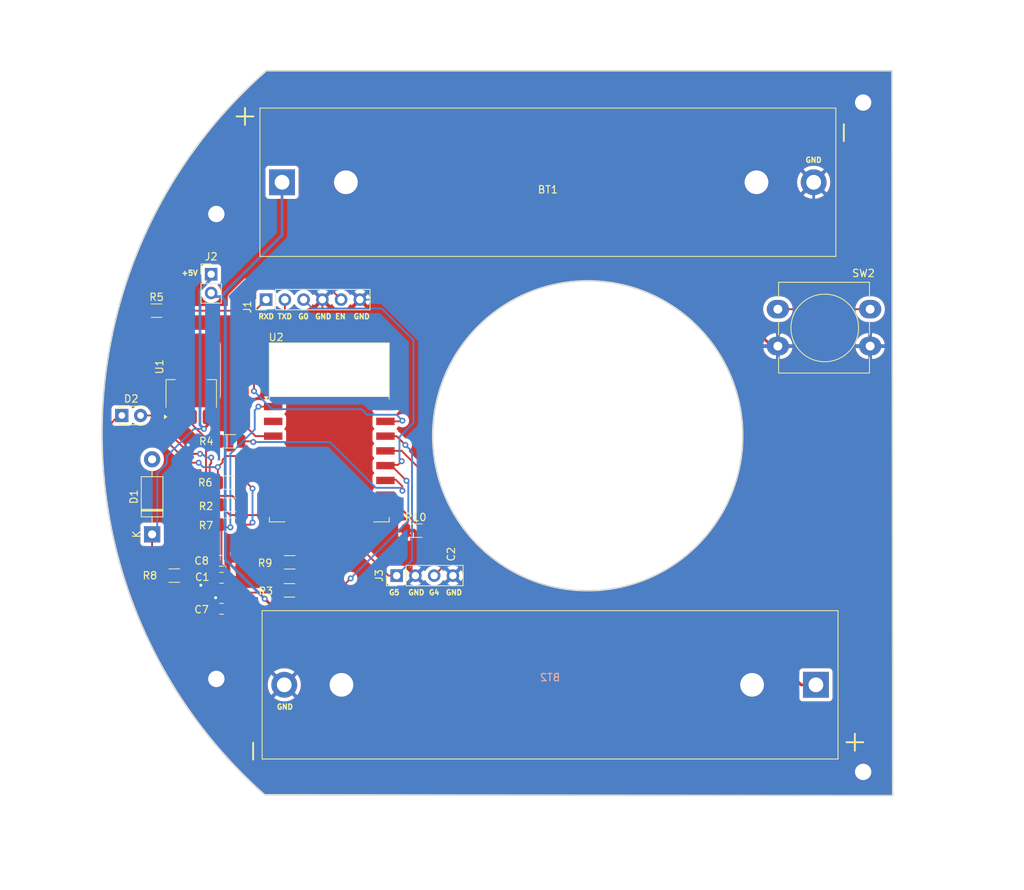
<source format=kicad_pcb>
(kicad_pcb (version 20241229) (generator "pcbnew") (generator_version "9.0")
  (layers (0 "F.Cu" signal) (4 "In1.Cu" signal) (6 "In2.Cu" signal) (2 "B.Cu" signal) (13 "F.Paste" user) (15 "B.Paste" user) (5 "F.SilkS" user "F.Silkscreen") (7 "B.SilkS" user "B.Silkscreen") (1 "F.Mask" user) (3 "B.Mask" user) (25 "Edge.Cuts" user))
  (net 0 "")
  (net 1 "/nRST")
  (net 2 "GND")
  (net 3 "VDD5V")
  (net 4 "VDD3V3")
  (net 5 "VDDUSB")
  (net 6 "Net-(D2-A)")
  (net 7 "/GPIO16")
  (net 8 "/RXD")
  (net 9 "/GPIO0")
  (net 10 "/EN")
  (net 11 "/TXD")
  (net 12 "/GPIO2")
  (net 13 "Net-(SW2-A)")
  (net 14 "/GPIO15")
  (net 15 "Net-(BT1-+)")
  (net 21 "Net-(R6-Pad2)")
  (net 23 "/GPIO4")
  (net 28 "Net-(J3-Pin_3)")
  (net 29 "/GPIO5")
  (footprint "Button_Switch_THT:SW_PUSH-12mm_Wuerth-430476085716" (layer "F.Cu") (at 156.85 67.6)
    (property "Reference" "SW2" (at 11.58965 -4.87205 0) (layer "F.SilkS"))
    (property "Value" "SW_Push_Open")
    (fp_line (start 0.1 -3.65) (end 12.4 -3.65) (stroke (width 0.12)) (layer "F.SilkS"))
    (fp_line (start 0.1 -1.53) (end 0.1 -3.65) (stroke (width 0.12)) (layer "F.SilkS"))
    (fp_line (start 0.1 3.47) (end 0.1 1.53) (stroke (width 0.12)) (layer "F.SilkS"))
    (fp_line (start 0.1 8.65) (end 0.1 6.53) (stroke (width 0.12)) (layer "F.SilkS"))
    (fp_line (start 12.4 -3.65) (end 12.4 -1.53) (stroke (width 0.12)) (layer "F.SilkS"))
    (fp_line (start 12.4 1.53) (end 12.4 3.47) (stroke (width 0.12)) (layer "F.SilkS"))
    (fp_line (start 12.4 6.53) (end 12.4 8.65) (stroke (width 0.12)) (layer "F.SilkS"))
    (fp_line (start 12.4 8.65) (end 0.1 8.65) (stroke (width 0.12)) (layer "F.SilkS"))
    (fp_circle (center 6.35 2.54) (end 10.92905 2.54) (stroke (width 0.12)) (fill no) (layer "F.SilkS"))
    (pad "1" thru_hole oval (at 0 0) (size 3 2.5) (drill 1.2) (layers "*.Cu" "*.Mask") (net 13 "Net-(SW2-A)"))
    (pad "1" thru_hole oval (at 12.5 0) (size 3 2.5) (drill 1.2) (layers "*.Cu" "*.Mask") (net 13 "Net-(SW2-A)"))
    (pad "2" thru_hole oval (at 0 5) (size 3 2.5) (drill 1.2) (layers "*.Cu" "*.Mask") (net 2 "GND"))
    (pad "2" thru_hole oval (at 12.5 5) (size 3 2.5) (drill 1.2) (layers "*.Cu" "*.Mask") (net 2 "GND"))
  )
  (footprint "Resistor_SMD:R_1206_3216Metric" (layer "F.Cu") (at 107.948822 97.613108)
    (property "Reference" "R10" (at -0.148822 -1.813108 0) (layer "F.SilkS"))
    (property "Value" "12k")
    (fp_line (start -0.727064 -0.91) (end 0.727064 -0.91) (stroke (width 0.12)) (layer "F.SilkS"))
    (fp_line (start -0.727064 0.91) (end 0.727064 0.91) (stroke (width 0.12)) (layer "F.SilkS"))
    (pad "1" smd roundrect (at -1.4625 0) (size 1.125 1.75) (layers "F.Cu" "F.Mask" "F.Paste") (roundrect_rratio 0.222222) (net 2 "GND"))
    (pad "2" smd roundrect (at 1.4625 0) (size 1.125 1.75) (layers "F.Cu" "F.Mask" "F.Paste") (roundrect_rratio 0.222222) (net 14 "/GPIO15"))
  )
  (footprint "MountingHole:MountingHole_2.2mm_M2" (layer "F.Cu") (at 80.8 54.7)
    (property "Reference" "hole" (hide yes))
    (property "Value" "MountingHole_2.2mm_M2")
    (pad "" np_thru_hole circle (at 0 0) (size 2.2 2.2) (drill 2.2) (layers "*.Cu" "*.Mask"))
  )
  (footprint "Resistor_SMD:R_1206_3216Metric" (layer "F.Cu") (at 82.7 94.1)
    (property "Reference" "R2" (at -3.3 0.2 0) (layer "F.SilkS"))
    (property "Value" "470")
    (fp_line (start -0.727064 -0.91) (end 0.727064 -0.91) (stroke (width 0.12)) (layer "F.SilkS"))
    (fp_line (start -0.727064 0.91) (end 0.727064 0.91) (stroke (width 0.12)) (layer "F.SilkS"))
    (pad "1" smd roundrect (at -1.4625 0) (size 1.125 1.75) (layers "F.Cu" "F.Mask" "F.Paste") (roundrect_rratio 0.222222) (net 4 "VDD3V3"))
    (pad "2" smd roundrect (at 1.4625 0) (size 1.125 1.75) (layers "F.Cu" "F.Mask" "F.Paste") (roundrect_rratio 0.222222) (net 6 "Net-(D2-A)"))
  )
  (footprint "MountingHole:MountingHole_2.2mm_M2" (layer "F.Cu") (at 168.4 39.6)
    (property "Reference" "hole3" (hide yes))
    (property "Value" "MountingHole_2.2mm_M2")
    (pad "" np_thru_hole circle (at 0 0) (size 2.2 2.2) (drill 2.2) (layers "*.Cu" "*.Mask"))
  )
  (footprint "Resistor_SMD:R_1206_3216Metric" (layer "F.Cu") (at 72.7 67.8)
    (property "Reference" "R5" (at 0 -1.83 0) (layer "F.SilkS"))
    (property "Value" "12k")
    (fp_line (start -0.727064 -0.91) (end 0.727064 -0.91) (stroke (width 0.12)) (layer "F.SilkS"))
    (fp_line (start -0.727064 0.91) (end 0.727064 0.91) (stroke (width 0.12)) (layer "F.SilkS"))
    (pad "1" smd roundrect (at -1.4625 0) (size 1.125 1.75) (layers "F.Cu" "F.Mask" "F.Paste") (roundrect_rratio 0.222222) (net 4 "VDD3V3"))
    (pad "2" smd roundrect (at 1.4625 0) (size 1.125 1.75) (layers "F.Cu" "F.Mask" "F.Paste") (roundrect_rratio 0.222222) (net 10 "/EN"))
  )
  (footprint "Capacitor_SMD:C_0805_2012Metric" (layer "F.Cu") (at 81.5 104)
    (property "Reference" "C1" (at -2.6 -0.1 0) (layer "F.SilkS"))
    (property "Value" "100nF")
    (fp_line (start -0.261252 -0.735) (end 0.261252 -0.735) (stroke (width 0.12)) (layer "F.SilkS"))
    (fp_line (start -0.261252 0.735) (end 0.261252 0.735) (stroke (width 0.12)) (layer "F.SilkS"))
    (pad "1" smd roundrect (at -0.95 0) (size 1 1.45) (layers "F.Cu" "F.Mask" "F.Paste") (net 1 "/nRST"))
    (pad "2" smd roundrect (at 0.95 0) (size 1 1.45) (layers "F.Cu" "F.Mask" "F.Paste") (net 2 "GND"))
  )
  (footprint "Capacitor_SMD:C_0201_0603Metric" (layer "F.Cu") (at 111.5 100.78 -90)
    (property "Reference" "C2" (at 0.02 -1.1 90) (layer "F.SilkS"))
    (property "Value" "100nF")
    (pad "1" smd roundrect (at -0.32 0 270) (size 0.46 0.4) (layers "F.Cu" "F.Mask") (net 28 "Net-(J3-Pin_3)"))
    (pad "2" smd roundrect (at 0.32 0 270) (size 0.46 0.4) (layers "F.Cu" "F.Mask") (net 23 "/GPIO4"))
  )
  (footprint "Resistor_SMD:R_1206_3216Metric" (layer "F.Cu") (at 82.7 96.8)
    (property "Reference" "R7" (at -3.3 0.1 0) (layer "F.SilkS"))
    (property "Value" "470")
    (fp_line (start -0.727064 -0.91) (end 0.727064 -0.91) (stroke (width 0.12)) (layer "F.SilkS"))
    (fp_line (start -0.727064 0.91) (end 0.727064 0.91) (stroke (width 0.12)) (layer "F.SilkS"))
    (pad "1" smd roundrect (at -1.4625 0) (size 1.125 1.75) (layers "F.Cu" "F.Mask" "F.Paste") (roundrect_rratio 0.222222) (net 1 "/nRST"))
    (pad "2" smd roundrect (at 1.4625 0) (size 1.125 1.75) (layers "F.Cu" "F.Mask" "F.Paste") (roundrect_rratio 0.222222) (net 21 "Net-(R6-Pad2)"))
  )
  (footprint "LED_THT:LED_D1.8mm_W3.3mm_H2.4mm" (layer "F.Cu") (at 68 82)
    (property "Reference" "D2" (at 1.27 -2.26 0) (layer "F.SilkS"))
    (property "Value" "LED")
    (fp_line (start -0.44 -1.26) (end -0.44 -1.08) (stroke (width 0.12)) (layer "F.SilkS"))
    (fp_line (start -0.44 -1.26) (end 2.98 -1.26) (stroke (width 0.12)) (layer "F.SilkS"))
    (fp_line (start -0.44 1.08) (end -0.44 1.26) (stroke (width 0.12)) (layer "F.SilkS"))
    (fp_line (start -0.44 1.26) (end 2.98 1.26) (stroke (width 0.12)) (layer "F.SilkS"))
    (fp_line (start -0.32 -1.26) (end -0.32 -1.08) (stroke (width 0.12)) (layer "F.SilkS"))
    (fp_line (start -0.32 1.08) (end -0.32 1.26) (stroke (width 0.12)) (layer "F.SilkS"))
    (fp_line (start -0.2 -1.26) (end -0.2 -1.08) (stroke (width 0.12)) (layer "F.SilkS"))
    (fp_line (start -0.2 1.08) (end -0.2 1.26) (stroke (width 0.12)) (layer "F.SilkS"))
    (fp_line (start 2.98 -1.26) (end 2.98 -0.986) (stroke (width 0.12)) (layer "F.SilkS"))
    (fp_line (start 2.98 0.986) (end 2.98 1.26) (stroke (width 0.12)) (layer "F.SilkS"))
    (pad "1" thru_hole rect (at 0 0) (size 1.8 1.8) (drill 0.9) (layers "*.Cu" "*.Mask") (net 7 "/GPIO16"))
    (pad "2" thru_hole circle (at 2.54 0) (size 1.8 1.8) (drill 0.9) (layers "*.Cu" "*.Mask") (net 6 "Net-(D2-A)"))
  )
  (footprint "Package_TO_SOT_SMD:SOT-223-3_TabPin2" (layer "F.Cu") (at 77.4 79.05 90)
    (property "Reference" "U1" (at 3.65 -4.3 90) (layer "F.SilkS"))
    (property "Value" "NCP1117ST33T3G")
    (fp_line (start 1.91 -3.41) (end 1.91 -2.15) (stroke (width 0.12)) (layer "F.SilkS"))
    (fp_line (start -1.85 -3.41) (end 1.91 -3.41) (stroke (width 0.12)) (layer "F.SilkS"))
    (fp_line (start 1.91 3.41) (end 1.91 2.15) (stroke (width 0.12)) (layer "F.SilkS"))
    (fp_line (start -1.85 3.41) (end 1.91 3.41) (stroke (width 0.12)) (layer "F.SilkS"))
    (fp_poly (pts (xy -3.13 -3.31) (xy -3.37 -3.64) (xy -2.89 -3.64) (xy -3.13 -3.31)) (stroke (width 0.12)) (fill yes) (layer "F.SilkS"))
    (pad "1" smd roundrect (at -3.15 -2.3 90) (size 2 1.5) (layers "F.Cu" "F.Mask" "F.Paste") (net 2 "GND"))
    (pad "2" smd roundrect (at -3.15 0 90) (size 2 1.5) (layers "F.Cu" "F.Mask" "F.Paste") (net 4 "VDD3V3"))
    (pad "2" smd roundrect (at 3.15 0 90) (size 10 7) (layers "F.Cu" "F.Mask" "F.Paste") (net 4 "VDD3V3"))
    (pad "3" smd roundrect (at -3.15 2.3 90) (size 2 1.5) (layers "F.Cu" "F.Mask" "F.Paste") (net 3 "VDD5V"))
  )
  (footprint "MountingHole:MountingHole_2.2mm_M2" (layer "F.Cu") (at 168.4 130.3)
    (property "Reference" "hole2" (hide yes))
    (property "Value" "MountingHole_2.2mm_M2")
    (pad "" np_thru_hole circle (at 0 0) (size 2.2 2.2) (drill 2.2) (layers "*.Cu" "*.Mask"))
  )
  (footprint "Resistor_SMD:R_1206_3216Metric" (layer "F.Cu") (at 75.1 103.7)
    (property "Reference" "R8" (at -3.3 0 0) (layer "F.SilkS"))
    (property "Value" "12k")
    (fp_line (start -0.727064 -0.91) (end 0.727064 -0.91) (stroke (width 0.12)) (layer "F.SilkS"))
    (fp_line (start -0.727064 0.91) (end 0.727064 0.91) (stroke (width 0.12)) (layer "F.SilkS"))
    (pad "1" smd roundrect (at -1.4625 0) (size 1.125 1.75) (layers "F.Cu" "F.Mask" "F.Paste") (roundrect_rratio 0.222222) (net 4 "VDD3V3"))
    (pad "2" smd roundrect (at 1.4625 0) (size 1.125 1.75) (layers "F.Cu" "F.Mask" "F.Paste") (roundrect_rratio 0.222222) (net 1 "/nRST"))
  )
  (footprint "Connector_PinHeader_2.54mm:PinHeader_1x04_P2.54mm_Vertical" (layer "F.Cu") (at 105.22 103.7 90)
    (property "Reference" "J3" (at 0 -2.38 90) (layer "F.SilkS"))
    (property "Value" "Conn_01x04_MountingPin")
    (fp_line (start -1.38 -1.38) (end 0 -1.38) (stroke (width 0.12)) (layer "F.SilkS"))
    (fp_line (start -1.38 0) (end -1.38 -1.38) (stroke (width 0.12)) (layer "F.SilkS"))
    (fp_line (start 1.38 1.27) (end 1.38 9) (stroke (width 0.12)) (layer "F.SilkS"))
    (fp_line (start -1.38 1.27) (end 1.38 1.27) (stroke (width 0.12)) (layer "F.SilkS"))
    (fp_line (start -1.38 1.27) (end -1.38 9) (stroke (width 0.12)) (layer "F.SilkS"))
    (fp_line (start -1.38 9) (end 1.38 9) (stroke (width 0.12)) (layer "F.SilkS"))
    (pad "1" thru_hole rect (at 0 0 90) (size 1.7 1.7) (drill 1) (layers "*.Cu" "*.Mask") (net 29 "/GPIO5"))
    (pad "2" thru_hole circle (at 0 2.54 90) (size 1.7 1.7) (drill 1) (layers "*.Cu" "*.Mask") (net 2 "GND"))
    (pad "3" thru_hole circle (at 0 5.08 90) (size 1.7 1.7) (drill 1) (layers "*.Cu" "*.Mask") (net 23 "/GPIO4"))
    (pad "4" thru_hole circle (at 0 7.62 90) (size 1.7 1.7) (drill 1) (layers "*.Cu" "*.Mask") (net 2 "GND"))
  )
  (footprint "Diode_THT:D_DO-41_SOD81_P10.16mm_Horizontal" (layer "F.Cu") (at 72.1 98.1 90)
    (property "Reference" "D1" (at 5.08 -2.47 90) (layer "F.SilkS"))
    (property "Value" "1N5819")
    (fp_line (start 7.8 -1.47) (end 2.36 -1.47) (stroke (width 0.12)) (layer "F.SilkS"))
    (fp_line (start 3.38 -1.47) (end 3.38 1.47) (stroke (width 0.12)) (layer "F.SilkS"))
    (fp_line (start 3.26 -1.47) (end 3.26 1.47) (stroke (width 0.12)) (layer "F.SilkS"))
    (fp_line (start 3.14 -1.47) (end 3.14 1.47) (stroke (width 0.12)) (layer "F.SilkS"))
    (fp_line (start 2.36 -1.47) (end 2.36 1.47) (stroke (width 0.12)) (layer "F.SilkS"))
    (fp_line (start 8.82 0) (end 7.8 0) (stroke (width 0.12)) (layer "F.SilkS"))
    (fp_line (start 1.34 0) (end 2.36 0) (stroke (width 0.12)) (layer "F.SilkS"))
    (fp_line (start 7.8 1.47) (end 7.8 -1.47) (stroke (width 0.12)) (layer "F.SilkS"))
    (fp_line (start 2.36 1.47) (end 7.8 1.47) (stroke (width 0.12)) (layer "F.SilkS"))
    (fp_text user "K" (at 0 -2.1 90) (layer "F.SilkS"))
    (pad "1" thru_hole rect (at 0 0 90) (size 2.2 2.2) (drill 1.1) (layers "*.Cu" "*.Mask") (net 3 "VDD5V"))
    (pad "2" thru_hole oval (at 10.16 0 90) (size 2.2 2.2) (drill 1.1) (layers "*.Cu" "*.Mask") (net 5 "VDDUSB"))
  )
  (footprint "Capacitor_SMD:C_0805_2012Metric" (layer "F.Cu") (at 81.5 108.2)
    (property "Reference" "C7" (at -2.7 0.1 0) (layer "F.SilkS"))
    (property "Value" "10uF")
    (fp_line (start -0.261252 -0.735) (end 0.261252 -0.735) (stroke (width 0.12)) (layer "F.SilkS"))
    (fp_line (start -0.261252 0.735) (end 0.261252 0.735) (stroke (width 0.12)) (layer "F.SilkS"))
    (pad "1" smd roundrect (at -0.95 0) (size 1 1.45) (layers "F.Cu" "F.Mask" "F.Paste") (net 3 "VDD5V"))
    (pad "2" smd roundrect (at 0.95 0) (size 1 1.45) (layers "F.Cu" "F.Mask" "F.Paste") (net 2 "GND"))
  )
  (footprint "Resistor_SMD:R_1206_3216Metric" (layer "F.Cu") (at 90.7 105.7)
    (property "Reference" "R3" (at -3.2 0.1 0) (layer "F.SilkS"))
    (property "Value" "12k")
    (fp_line (start -0.727064 -0.91) (end 0.727064 -0.91) (stroke (width 0.12)) (layer "F.SilkS"))
    (fp_line (start -0.727064 0.91) (end 0.727064 0.91) (stroke (width 0.12)) (layer "F.SilkS"))
    (pad "1" smd roundrect (at -1.4625 0) (size 1.125 1.75) (layers "F.Cu" "F.Mask" "F.Paste") (roundrect_rratio 0.222222) (net 4 "VDD3V3"))
    (pad "2" smd roundrect (at 1.4625 0) (size 1.125 1.75) (layers "F.Cu" "F.Mask" "F.Paste") (roundrect_rratio 0.222222) (net 9 "/GPIO0"))
  )
  (footprint "Connector_PinHeader_2.54mm:PinHeader_1x06_P2.54mm_Vertical" (layer "F.Cu") (at 87.54 66.3 90)
    (property "Reference" "J1" (at -1 -2.54 90) (layer "F.SilkS"))
    (property "Value" "Conn_01x06_MountingPin")
    (fp_line (start -1.38 -1.38) (end 0 -1.38) (stroke (width 0.12)) (layer "F.SilkS"))
    (fp_line (start -1.38 0) (end -1.38 -1.38) (stroke (width 0.12)) (layer "F.SilkS"))
    (fp_line (start 1.38 1.27) (end 1.38 14.08) (stroke (width 0.12)) (layer "F.SilkS"))
    (fp_line (start -1.38 1.27) (end 1.38 1.27) (stroke (width 0.12)) (layer "F.SilkS"))
    (fp_line (start -1.38 1.27) (end -1.38 14.08) (stroke (width 0.12)) (layer "F.SilkS"))
    (fp_line (start -1.38 14.08) (end 1.38 14.08) (stroke (width 0.12)) (layer "F.SilkS"))
    (pad "1" thru_hole rect (at 0 0 90) (size 1.7 1.7) (drill 1) (layers "*.Cu" "*.Mask") (net 8 "/RXD"))
    (pad "2" thru_hole circle (at 0 2.54 90) (size 1.7 1.7) (drill 1) (layers "*.Cu" "*.Mask") (net 11 "/TXD"))
    (pad "3" thru_hole circle (at 0 5.08 90) (size 1.7 1.7) (drill 1) (layers "*.Cu" "*.Mask") (net 9 "/GPIO0"))
    (pad "4" thru_hole circle (at 0 7.62 90) (size 1.7 1.7) (drill 1) (layers "*.Cu" "*.Mask") (net 2 "GND"))
    (pad "5" thru_hole circle (at 0 10.16 90) (size 1.7 1.7) (drill 1) (layers "*.Cu" "*.Mask") (net 10 "/EN"))
    (pad "6" thru_hole circle (at 0 12.7 90) (size 1.7 1.7) (drill 1) (layers "*.Cu" "*.Mask") (net 2 "GND"))
  )
  (footprint "Resistor_SMD:R_1206_3216Metric" (layer "F.Cu") (at 82.7 85.5)
    (property "Reference" "R4" (at -3.255 0 0) (layer "F.SilkS"))
    (property "Value" "12k")
    (fp_line (start -0.727064 -0.91) (end 0.727064 -0.91) (stroke (width 0.12)) (layer "F.SilkS"))
    (fp_line (start -0.727064 0.91) (end 0.727064 0.91) (stroke (width 0.12)) (layer "F.SilkS"))
    (pad "1" smd roundrect (at -1.4625 0) (size 1.125 1.75) (layers "F.Cu" "F.Mask" "F.Paste") (roundrect_rratio 0.222222) (net 4 "VDD3V3"))
    (pad "2" smd roundrect (at 1.4625 0) (size 1.125 1.75) (layers "F.Cu" "F.Mask" "F.Paste") (roundrect_rratio 0.222222) (net 12 "/GPIO2"))
  )
  (footprint "RF_Module:ESP-12E" (layer "F.Cu") (at 96.1 84.3)
    (property "Reference" "U2" (at -7.2 -12.9 0) (layer "F.SilkS"))
    (property "Value" "ESP8266-12E_ESP-12E")
    (fp_line (start -8.12 -12.12) (end 8.12 -12.12) (stroke (width 0.12)) (layer "F.SilkS"))
    (fp_line (start -8.12 -4.5) (end -8.12 -12.12) (stroke (width 0.12)) (layer "F.SilkS"))
    (fp_line (start -8.12 12.12) (end -8.12 11.5) (stroke (width 0.12)) (layer "F.SilkS"))
    (fp_line (start -6 12.12) (end -8.12 12.12) (stroke (width 0.12)) (layer "F.SilkS"))
    (fp_line (start 8.12 -12.12) (end 8.12 -4.5) (stroke (width 0.12)) (layer "F.SilkS"))
    (fp_line (start 8.12 11.5) (end 8.12 12.12) (stroke (width 0.12)) (layer "F.SilkS"))
    (fp_line (start 8.12 12.12) (end 6 12.12) (stroke (width 0.12)) (layer "F.SilkS"))
    (fp_poly (pts (xy -8.55 -4.5) (xy -8.79 -4.836) (xy -8.31 -4.836) (xy -8.55 -4.5)) (stroke (width 0.12)) (fill yes) (layer "F.SilkS"))
    (pad "1" smd rect (at -7.6 -3.5) (size 2.5 1) (layers "F.Cu" "F.Mask" "F.Paste") (net 1 "/nRST"))
    (pad "2" smd rect (at -7.6 -1.5) (size 2.5 1) (layers "F.Cu" "F.Mask" "F.Paste"))
    (pad "3" smd rect (at -7.6 0.5) (size 2.5 1) (layers "F.Cu" "F.Mask" "F.Paste") (net 10 "/EN"))
    (pad "4" smd rect (at -7.6 2.5) (size 2.5 1) (layers "F.Cu" "F.Mask" "F.Paste") (net 7 "/GPIO16"))
    (pad "5" smd rect (at -7.6 4.5) (size 2.5 1) (layers "F.Cu" "F.Mask" "F.Paste"))
    (pad "6" smd rect (at -7.6 6.5) (size 2.5 1) (layers "F.Cu" "F.Mask" "F.Paste"))
    (pad "7" smd rect (at -7.6 8.5) (size 2.5 1) (layers "F.Cu" "F.Mask" "F.Paste"))
    (pad "8" smd rect (at -7.6 10.5) (size 2.5 1) (layers "F.Cu" "F.Mask" "F.Paste") (net 4 "VDD3V3"))
    (pad "9" smd rect (at -5 12) (size 1 1.8) (layers "F.Cu" "F.Mask" "F.Paste"))
    (pad "10" smd rect (at -3 12) (size 1 1.8) (layers "F.Cu" "F.Mask" "F.Paste"))
    (pad "11" smd rect (at -1 12) (size 1 1.8) (layers "F.Cu" "F.Mask" "F.Paste"))
    (pad "12" smd rect (at 1 12) (size 1 1.8) (layers "F.Cu" "F.Mask" "F.Paste"))
    (pad "13" smd rect (at 3 12) (size 1 1.8) (layers "F.Cu" "F.Mask" "F.Paste"))
    (pad "14" smd rect (at 5 12) (size 1 1.8) (layers "F.Cu" "F.Mask" "F.Paste"))
    (pad "15" smd rect (at 7.6 10.5) (size 2.5 1) (layers "F.Cu" "F.Mask" "F.Paste") (net 2 "GND"))
    (pad "16" smd rect (at 7.6 8.5) (size 2.5 1) (layers "F.Cu" "F.Mask" "F.Paste") (net 14 "/GPIO15"))
    (pad "17" smd rect (at 7.6 6.5) (size 2.5 1) (layers "F.Cu" "F.Mask" "F.Paste") (net 12 "/GPIO2"))
    (pad "18" smd rect (at 7.6 4.5) (size 2.5 1) (layers "F.Cu" "F.Mask" "F.Paste") (net 9 "/GPIO0"))
    (pad "19" smd rect (at 7.6 2.5) (size 2.5 1) (layers "F.Cu" "F.Mask" "F.Paste") (net 23 "/GPIO4"))
    (pad "20" smd rect (at 7.6 0.5) (size 2.5 1) (layers "F.Cu" "F.Mask" "F.Paste") (net 29 "/GPIO5"))
    (pad "21" smd rect (at 7.6 -1.5) (size 2.5 1) (layers "F.Cu" "F.Mask" "F.Paste") (net 8 "/RXD"))
    (pad "22" smd rect (at 7.6 -3.5) (size 2.5 1) (layers "F.Cu" "F.Mask" "F.Paste") (net 11 "/TXD"))
    (zone (net 0) (net_name "") (layers "F.Cu" "B.Cu") (connect_pads (clearance 0)) (min_thickness 0.254)
      (keepout (tracks not_allowed) (vias not_allowed) (pads not_allowed) (copperpour not_allowed) (footprints not_allowed))
      (fill (thermal_gap 0.508) (thermal_bridge_width 0.508))
      (polygon (pts (xy 87.98 79.5) (xy 104.22 79.5) (xy 104.22 72.18) (xy 87.98 72.18)))
    )
  )
  (footprint "Battery:BatteryHolder_MPD_BH-18650-PC2" (layer "F.Cu") (at 162 118.5 180)
    (property "Reference" "BT2" (at 36 1 0) (layer "B.SilkS") (effects (justify mirror)))
    (property "Value" "Battery")
    (fp_line (start 75 10.05) (end -3 10.05) (stroke (width 0.12)) (layer "F.SilkS"))
    (fp_line (start 75 -10.05) (end 75 10.05) (stroke (width 0.12)) (layer "F.SilkS"))
    (fp_line (start -3 10.05) (end -3 -10.05) (stroke (width 0.12)) (layer "F.SilkS"))
    (fp_line (start -3 -10.05) (end 75 -10.05) (stroke (width 0.12)) (layer "F.SilkS"))
    (pad "" np_thru_hole circle (at 8.645 0 180) (size 3.2 3.2) (drill 3.2) (layers "*.Cu" "*.Mask"))
    (pad "" np_thru_hole circle (at 64.255 0 180) (size 3.2 3.2) (drill 3.2) (layers "*.Cu" "*.Mask"))
    (pad "1" thru_hole rect (at 0 0 180) (size 3.5 3.5) (drill 2) (layers "*.Cu" "*.Mask") (net 15 "Net-(BT1-+)"))
    (pad "2" thru_hole circle (at 72 0 180) (size 3.5 3.5) (drill 2) (layers "*.Cu" "*.Mask") (net 2 "GND"))
  )
  (footprint "Resistor_SMD:R_1206_3216Metric" (layer "F.Cu") (at 82.6 91.1)
    (property "Reference" "R6" (at -3.3 0 0) (layer "F.SilkS"))
    (property "Value" "0(NC)")
    (fp_line (start -0.727064 -0.91) (end 0.727064 -0.91) (stroke (width 0.12)) (layer "F.SilkS"))
    (fp_line (start -0.727064 0.91) (end 0.727064 0.91) (stroke (width 0.12)) (layer "F.SilkS"))
    (pad "1" smd roundrect (at -1.4625 0) (size 1.125 1.75) (layers "F.Cu" "F.Mask" "F.Paste") (roundrect_rratio 0.222222) (net 7 "/GPIO16"))
    (pad "2" smd roundrect (at 1.4625 0) (size 1.125 1.75) (layers "F.Cu" "F.Mask" "F.Paste") (roundrect_rratio 0.222222) (net 21 "Net-(R6-Pad2)"))
  )
  (footprint "Battery:BatteryHolder_MPD_BH-18650-PC2" (layer "F.Cu") (at 89.7 50.4)
    (property "Reference" "BT1" (at 36 1 0) (layer "F.SilkS"))
    (property "Value" "Battery")
    (fp_line (start -3 -10.05) (end 75 -10.05) (stroke (width 0.12)) (layer "F.SilkS"))
    (fp_line (start -3 10.05) (end -3 -10.05) (stroke (width 0.12)) (layer "F.SilkS"))
    (fp_line (start 75 -10.05) (end 75 10.05) (stroke (width 0.12)) (layer "F.SilkS"))
    (fp_line (start 75 10.05) (end -3 10.05) (stroke (width 0.12)) (layer "F.SilkS"))
    (pad "" np_thru_hole circle (at 8.645 0) (size 3.2 3.2) (drill 3.2) (layers "*.Cu" "*.Mask"))
    (pad "" np_thru_hole circle (at 64.255 0) (size 3.2 3.2) (drill 3.2) (layers "*.Cu" "*.Mask"))
    (pad "1" thru_hole rect (at 0 0) (size 3.5 3.5) (drill 2) (layers "*.Cu" "*.Mask") (net 15 "Net-(BT1-+)"))
    (pad "2" thru_hole circle (at 72 0) (size 3.5 3.5) (drill 2) (layers "*.Cu" "*.Mask") (net 2 "GND"))
  )
  (footprint "Capacitor_SMD:C_0805_2012Metric" (layer "F.Cu") (at 81.45 101.7)
    (property "Reference" "C8" (at -2.65 0 0) (layer "F.SilkS"))
    (property "Value" "10uF")
    (fp_line (start -0.261252 -0.735) (end 0.261252 -0.735) (stroke (width 0.12)) (layer "F.SilkS"))
    (fp_line (start -0.261252 0.735) (end 0.261252 0.735) (stroke (width 0.12)) (layer "F.SilkS"))
    (pad "1" smd roundrect (at -0.95 0) (size 1 1.45) (layers "F.Cu" "F.Mask" "F.Paste") (net 4 "VDD3V3"))
    (pad "2" smd roundrect (at 0.95 0) (size 1 1.45) (layers "F.Cu" "F.Mask" "F.Paste") (net 2 "GND"))
  )
  (footprint "Resistor_SMD:R_1206_3216Metric" (layer "F.Cu") (at 90.7375 101.9)
    (property "Reference" "R9" (at -3.3375 0.1 0) (layer "F.SilkS"))
    (property "Value" "470")
    (fp_line (start -0.727064 -0.91) (end 0.727064 -0.91) (stroke (width 0.12)) (layer "F.SilkS"))
    (fp_line (start -0.727064 0.91) (end 0.727064 0.91) (stroke (width 0.12)) (layer "F.SilkS"))
    (pad "1" smd roundrect (at -1.4625 0) (size 1.125 1.75) (layers "F.Cu" "F.Mask" "F.Paste") (roundrect_rratio 0.222222) (net 29 "/GPIO5"))
    (pad "2" smd roundrect (at 1.4625 0) (size 1.125 1.75) (layers "F.Cu" "F.Mask" "F.Paste") (roundrect_rratio 0.222222) (net 4 "VDD3V3"))
  )
  (footprint "Connector_PinHeader_2.54mm:PinHeader_1x02_P2.54mm_Vertical" (layer "F.Cu") (at 80.1 62.86)
    (property "Reference" "J2" (at 0 -2.38 0) (layer "F.SilkS"))
    (property "Value" "Conn_01x02_MountingPin")
    (fp_line (start -1.38 -1.38) (end 0 -1.38) (stroke (width 0.12)) (layer "F.SilkS"))
    (fp_line (start -1.38 0) (end -1.38 -1.38) (stroke (width 0.12)) (layer "F.SilkS"))
    (fp_line (start -1.38 1.27) (end -1.38 3.92) (stroke (width 0.12)) (layer "F.SilkS"))
    (fp_line (start -1.38 1.27) (end 1.38 1.27) (stroke (width 0.12)) (layer "F.SilkS"))
    (fp_line (start -1.38 3.92) (end 1.38 3.92) (stroke (width 0.12)) (layer "F.SilkS"))
    (fp_line (start 1.38 1.27) (end 1.38 3.92) (stroke (width 0.12)) (layer "F.SilkS"))
    (pad "1" thru_hole rect (at 0 0) (size 1.7 1.7) (drill 1) (layers "*.Cu" "*.Mask") (net 3 "VDD5V"))
    (pad "2" thru_hole circle (at 0 2.54) (size 1.7 1.7) (drill 1) (layers "*.Cu" "*.Mask") (net 15 "Net-(BT1-+)"))
  )
  (footprint "MountingHole:MountingHole_2.2mm_M2" (layer "F.Cu") (at 80.8 117.7)
    (property "Reference" "hole1" (hide yes))
    (property "Value" "MountingHole_2.2mm_M2")
    (pad "" np_thru_hole circle (at 0 0) (size 2.2 2.2) (drill 2.2) (layers "*.Cu" "*.Mask"))
  )
  (gr_line (start 172.4 133.5) (end 172.3 35.3) (stroke (width 0.2)) (layer "Edge.Cuts"))
  (gr_arc (start 87.358617 133.4) (mid 65.319915 84.299985) (end 87.583705 35.301622) (stroke (width 0.2)) (layer "Edge.Cuts"))
  (gr_line (start 87.358617 133.4) (end 172.4 133.5) (stroke (width 0.2)) (layer "Edge.Cuts"))
  (gr_line (start 87.585555 35.3) (end 172.3 35.3) (stroke (width 0.2)) (layer "Edge.Cuts"))
  (gr_circle (center 131.1 84.75) (end 152.1 84.75) (stroke (width 0.2)) (fill no) (layer "Edge.Cuts"))
  (gr_text "EN\n" (at 96.8 69 0) (layer "F.SilkS") (effects (font (size 0.7 0.7) (thickness 0.175) (bold yes)) (justify left bottom)))
  (gr_text "G0\n" (at 91.8 69 0) (layer "F.SilkS") (effects (font (size 0.7 0.7) (thickness 0.175) (bold yes)) (justify left bottom)))
  (gr_text "+\n" (at 168.8 128.3 90) (layer "F.SilkS") (effects (font (size 3 3) (thickness 0.25) (bold yes)) (justify left bottom)))
  (gr_text "+\n" (at 86.2 43.5 90) (layer "F.SilkS") (effects (font (size 3 3) (thickness 0.25) (bold yes)) (justify left bottom)))
  (gr_text "+5V" (at 76 63.1 0) (layer "F.SilkS") (effects (font (size 0.7 0.7) (thickness 0.175) (bold yes)) (justify left bottom)))
  (gr_text "G4" (at 109.5 106.4 0) (layer "F.SilkS") (effects (font (size 0.7 0.7) (thickness 0.175) (bold yes)) (justify left bottom)))
  (gr_text "GND\n" (at 88.9 121.9 0) (layer "F.SilkS") (effects (font (size 0.7 0.7) (thickness 0.175) (bold yes)) (justify left bottom)))
  (gr_text "RXD" (at 86.4 69 0) (layer "F.SilkS") (effects (font (size 0.7 0.7) (thickness 0.175) (bold yes)) (justify left bottom)))
  (gr_text "-" (at 166.3 45.7 90) (layer "F.SilkS") (effects (font (size 1 3) (thickness 0.25) (bold yes)) (justify left bottom)))
  (gr_text "GND\n" (at 160.5 47.8 0) (layer "F.SilkS") (effects (font (size 0.7 0.7) (thickness 0.175) (bold yes)) (justify left bottom)))
  (gr_text "GND\n" (at 111.8 106.4 0) (layer "F.SilkS") (effects (font (size 0.7 0.7) (thickness 0.175) (bold yes)) (justify left bottom)))
  (gr_text "GND\n" (at 106.7 106.4 0) (layer "F.SilkS") (effects (font (size 0.7 0.7) (thickness 0.175) (bold yes)) (justify left bottom)))
  (gr_text "G5\n" (at 104.1 106.4 0) (layer "F.SilkS") (effects (font (size 0.7 0.7) (thickness 0.175) (bold yes)) (justify left bottom)))
  (gr_text "GND" (at 99.3 69 0) (layer "F.SilkS") (effects (font (size 0.7 0.7) (thickness 0.175) (bold yes)) (justify left bottom)))
  (gr_text "TXD" (at 89 69 0) (layer "F.SilkS") (effects (font (size 0.7 0.7) (thickness 0.175) (bold yes)) (justify left bottom)))
  (gr_text "GND\n" (at 94.1 69 0) (layer "F.SilkS") (effects (font (size 0.7 0.7) (thickness 0.175) (bold yes)) (justify left bottom)))
  (gr_text "-" (at 86.3 129.5 90) (layer "F.SilkS") (effects (font (size 1 3) (thickness 0.25) (bold yes)) (justify left bottom)))
  (segment (start 76.6625 103.8) (end 76.5625 103.7) (width 0.25) (layer "F.Cu") (net 1))
  (segment (start 81.2375 97.1599) (end 82.7 97.1599) (width 0.25) (layer "F.Cu") (net 1))
  (segment (start 86.5 80.8) (end 88.5 80.8) (width 0.25) (layer "F.Cu") (net 1))
  (segment (start 80.35 103.8) (end 76.6625 103.8) (width 0.25) (layer "F.Cu") (net 1))
  (segment (start 81.2375 96.8) (end 81.2375 97.1599) (width 0.25) (layer "F.Cu") (net 1))
  (segment (start 80.55 104) (end 80.35 103.8) (width 0.25) (layer "F.Cu") (net 1))
  (segment (start 81.2375 97.1599) (end 81.5 97.4224) (width 0.25) (layer "F.Cu") (net 1))
  (segment (start 81.5 103.05) (end 80.55 104) (width 0.25) (layer "F.Cu") (net 1))
  (segment (start 81.5 97.4224) (end 81.5 103.05) (width 0.25) (layer "F.Cu") (net 1))
  (via (at 82.7 97.1599) (size 0.8) (drill 0.4) (layers "F.Cu" "B.Cu") (net 1))
  (via (at 86.5 80.8) (size 0.8) (drill 0.4) (layers "F.Cu" "B.Cu") (net 1))
  (segment (start 86 83.8917) (end 82.7 87.1917) (width 0.25) (layer "B.Cu") (net 1))
  (segment (start 86 81.3) (end 86 83.8917) (width 0.25) (layer "B.Cu") (net 1))
  (segment (start 86.5 80.8) (end 86 81.3) (width 0.25) (layer "B.Cu") (net 1))
  (segment (start 82.7 87.1917) (end 82.7 97.1599) (width 0.25) (layer "B.Cu") (net 1))
  (segment (start 82.45 108.2) (end 82.45 110.95) (width 0.375) (layer "F.Cu") (net 2))
  (segment (start 106.7 97.39943) (end 106.7 96.3) (width 0.25) (layer "F.Cu") (net 2))
  (segment (start 106.4626 99.8) (end 84.3 99.8) (width 0.25) (layer "F.Cu") (net 2))
  (segment (start 82.45 104) (end 82.45 101.75) (width 0.25) (layer "F.Cu") (net 2))
  (segment (start 107.2375 100.5749) (end 107.2 100.5374) (width 0.25) (layer "F.Cu") (net 2))
  (segment (start 98.24 68.3) (end 100.24 66.3) (width 0.25) (layer "F.Cu") (net 2))
  (segment (start 156 72.6) (end 145.5 62.1) (width 0.375) (layer "F.Cu") (net 2))
  (segment (start 104.44 62.1) (end 100.24 66.3) (width 0.375) (layer "F.Cu") (net 2))
  (segment (start 82.2 108.2) (end 80.7 106.7) (width 0.375) (layer "F.Cu") (net 2))
  (segment (start 156.85 72.6) (end 156 72.6) (width 0.25) (layer "F.Cu") (net 2))
  (segment (start 78.7 105) (end 79 105.3) (width 0.25) (layer "F.Cu") (net 2))
  (segment (start 81.15 105.3) (end 82.45 104) (width 0.25) (layer "F.Cu") (net 2))
  (segment (start 82.45 108.2) (end 82.2 108.2) (width 0.25) (layer "F.Cu") (net 2))
  (segment (start 105.2 94.8) (end 103.7 94.8) (width 0.25) (layer "F.Cu") (net 2))
  (segment (start 145.5 62.1) (end 104.44 62.1) (width 0.375) (layer "F.Cu") (net 2))
  (segment (start 82.45 110.95) (end 90 118.5) (width 0.375) (layer "F.Cu") (net 2))
  (segment (start 84.3 99.8) (end 82.4 101.7) (width 0.25) (layer "F.Cu") (net 2))
  (segment (start 169.35 72.6) (end 156.85 72.6) (width 0.25) (layer "F.Cu") (net 2))
  (segment (start 107.2375 103.1775) (end 107.2375 100.5749) (width 0.25) (layer "F.Cu") (net 2))
  (segment (start 106.7 96.3) (end 105.2 94.8) (width 0.25) (layer "F.Cu") (net 2))
  (segment (start 77 86) (end 76.7699 86) (width 0.375) (layer "F.Cu") (net 2))
  (segment (start 95.16 66.3) (end 95.16 67.46) (width 0.25) (layer "F.Cu") (net 2))
  (segment (start 106.486322 97.613108) (end 106.7 97.39943) (width 0.25) (layer "F.Cu") (net 2))
  (segment (start 82.45 101.75) (end 82.4 101.7) (width 0.25) (layer "F.Cu") (net 2))
  (segment (start 95.16 67.46) (end 96 68.3) (width 0.25) (layer "F.Cu") (net 2))
  (segment (start 107.2 100.5374) (end 107.2 98.326786) (width 0.25) (layer "F.Cu") (net 2))
  (segment (start 107.2 98.326786) (end 106.486322 97.613108) (width 0.25) (layer "F.Cu") (net 2))
  (segment (start 75.1 84.3301) (end 75.1 82.2) (width 0.375) (layer "F.Cu") (net 2))
  (segment (start 109.56 105.5) (end 111.04 105.5) (width 0.25) (layer "F.Cu") (net 2))
  (segment (start 79 105.3) (end 81.15 105.3) (width 0.25) (layer "F.Cu") (net 2))
  (segment (start 107.76 103.7) (end 109.56 105.5) (width 0.25) (layer "F.Cu") (net 2))
  (segment (start 111.04 105.5) (end 112.84 103.7) (width 0.25) (layer "F.Cu") (net 2))
  (segment (start 107.2375 100.5749) (end 106.4626 99.8) (width 0.25) (layer "F.Cu") (net 2))
  (segment (start 107.76 103.7) (end 107.2375 103.1775) (width 0.25) (layer "F.Cu") (net 2))
  (segment (start 76.7699 86) (end 75.1 84.3301) (width 0.375) (layer "F.Cu") (net 2))
  (segment (start 96 68.3) (end 98.24 68.3) (width 0.25) (layer "F.Cu") (net 2))
  (via (at 78.7 105) (size 0.8) (drill 0.4) (layers "F.Cu" "B.Cu") (net 2))
  (via (at 77 86) (size 0.8) (drill 0.4) (layers "F.Cu" "B.Cu") (net 2))
  (via (at 80.7 106.7) (size 0.8) (drill 0.4) (layers "F.Cu" "B.Cu") (net 2))
  (segment (start 156.85 72.6) (end 156.85 71.1) (width 0.375) (layer "B.Cu") (net 2))
  (segment (start 77 87.2301) (end 77.1 87.3301) (width 0.375) (layer "B.Cu") (net 2))
  (segment (start 100.24 66.3) (end 102.7 66.3) (width 0.25) (layer "B.Cu") (net 2))
  (segment (start 161.7 50.4) (end 161.7 66.25) (width 0.375) (layer "B.Cu") (net 2))
  (segment (start 80.7 106.7) (end 80.1 106.7) (width 0.375) (layer "B.Cu") (net 2))
  (segment (start 109.3 72.9) (end 109.3 102.16) (width 0.25) (layer "B.Cu") (net 2))
  (segment (start 80.1 106.7) (end 78.7 105.3) (width 0.375) (layer "B.Cu") (net 2))
  (segment (start 77.1 87.3301) (end 77.1 103.3756) (width 0.375) (layer "B.Cu") (net 2))
  (segment (start 78.7 105.3) (end 78.7 105) (width 0.25) (layer "B.Cu") (net 2))
  (segment (start 102.7 66.3) (end 109.3 72.9) (width 0.25) (layer "B.Cu") (net 2))
  (segment (start 78.7 105) (end 78.7122 104.9878) (width 0.25) (layer "B.Cu") (net 2))
  (segment (start 109.3 102.16) (end 107.76 103.7) (width 0.25) (layer "B.Cu") (net 2))
  (segment (start 77 86) (end 77 87.2301) (width 0.375) (layer "B.Cu") (net 2))
  (segment (start 161.7 66.25) (end 156.85 71.1) (width 0.375) (layer "B.Cu") (net 2))
  (segment (start 77.1 103.3756) (end 78.7122 104.9878) (width 0.375) (layer "B.Cu") (net 2))
  (segment (start 79.7796 82.2796) (end 79.7796 83.1421) (width 0.375) (layer "F.Cu") (net 3))
  (segment (start 75.608115 108.2) (end 72.1 104.691885) (width 0.25) (layer "F.Cu") (net 3))
  (segment (start 79.7796 83.1421) (end 79.1121 83.8096) (width 0.375) (layer "F.Cu") (net 3))
  (segment (start 72.1 104.691885) (end 72.1 98.1) (width 0.25) (layer "F.Cu") (net 3))
  (segment (start 79.7 82.2) (end 79.7796 82.2796) (width 0.25) (layer "F.Cu") (net 3))
  (segment (start 80.55 108.2) (end 75.608115 108.2) (width 0.25) (layer "F.Cu") (net 3))
  (via (at 79.1121 83.8096) (size 0.8) (drill 0.4) (layers "F.Cu" "B.Cu") (net 3))
  (segment (start 78.588445 83.285945) (end 79.1121 83.8096) (width 0.375) (layer "B.Cu") (net 3))
  (segment (start 77.7904 83.8096) (end 79.1121 83.8096) (width 0.25) (layer "B.Cu") (net 3))
  (segment (start 74.1 87.5) (end 77.7904 83.8096) (width 0.25) (layer "B.Cu") (net 3))
  (segment (start 72.1 98.1) (end 72.8 97.4) (width 0.25) (layer "B.Cu") (net 3))
  (segment (start 78.588445 65.011555) (end 78.588445 83.285945) (width 0.375) (layer "B.Cu") (net 3))
  (segment (start 80.1 62.86) (end 80.1 63.5) (width 0.25) (layer "B.Cu") (net 3))
  (segment (start 74.1 88.5) (end 74.1 87.5) (width 0.25) (layer "B.Cu") (net 3))
  (segment (start 72.8 97.4) (end 72.8 89.8) (width 0.25) (layer "B.Cu") (net 3))
  (segment (start 72.8 89.8) (end 74.1 88.5) (width 0.25) (layer "B.Cu") (net 3))
  (segment (start 80.1 63.5) (end 78.588445 65.011555) (width 0.375) (layer "B.Cu") (net 3))
  (segment (start 80.5 101.7) (end 75.6375 101.7) (width 0.25) (layer "F.Cu") (net 4))
  (segment (start 75.6375 101.7) (end 73.6375 103.7) (width 0.25) (layer "F.Cu") (net 4))
  (segment (start 77.4 76.9) (end 77.4 77.7) (width 0.25) (layer "F.Cu") (net 4))
  (segment (start 79.8 85.5) (end 81.2375 85.5) (width 0.25) (layer "F.Cu") (net 4))
  (segment (start 89.2375 104.8625) (end 92.2 101.9) (width 0.25) (layer "F.Cu") (net 4))
  (segment (start 88.5 94.8) (end 87 94.8) (width 0.25) (layer "F.Cu") (net 4))
  (segment (start 77.4 75.9) (end 71.2375 69.7375) (width 0.25) (layer "F.Cu") (net 4))
  (segment (start 77.4 79.2) (end 77.4 80) (width 0.25) (layer "F.Cu") (net 4))
  (segment (start 87 94.8) (end 86.3 95.5) (width 0.25) (layer "F.Cu") (net 4))
  (segment (start 77.4 75.9) (end 77.4 76.1) (width 0.25) (layer "F.Cu") (net 4))
  (segment (start 79.6 100.8) (end 79.6 95.896859) (width 0.25) (layer "F.Cu") (net 4))
  (segment (start 89.2375 105.7) (end 89.2375 105.1963) (width 0.25) (layer "F.Cu") (net 4))
  (segment (start 89.2375 105.1963) (end 89.2375 104.8625) (width 0.25) (layer "F.Cu") (net 4))
  (segment (start 77.4 83.1) (end 79.8 85.5) (width 0.25) (layer "F.Cu") (net 4))
  (segment (start 79.8 85.5) (end 79.4 85.9) (width 0.25) (layer "F.Cu") (net 4))
  (segment (start 77.4 76.1) (end 77.4 76.9) (width 0.25) (layer "F.Cu") (net 4))
  (segment (start 86.3 95.5) (end 82.6376 95.5) (width 0.25) (layer "F.Cu") (net 4))
  (segment (start 88.4338 106) (end 89.2375 105.1963) (width 0.25) (layer "F.Cu") (net 4))
  (segment (start 79.4 92.2625) (end 81.2375 94.1) (width 0.25) (layer "F.Cu") (net 4))
  (segment (start 82.6376 95.5) (end 81.822 94.6844) (width 0.25) (layer "F.Cu") (net 4))
  (segment (start 80.812459 94.6844) (end 81.822 94.6844) (width 0.25) (layer "F.Cu") (net 4))
  (segment (start 77.4 80) (end 77.4 82.2) (width 0.25) (layer "F.Cu") (net 4))
  (segment (start 81.2375 94.1) (end 81.822 94.6844) (width 0.25) (layer "F.Cu") (net 4))
  (segment (start 79.6 95.896859) (end 80.812459 94.6844) (width 0.25) (layer "F.Cu") (net 4))
  (segment (start 77.4 82.2) (end 77.4 83.1) (width 0.25) (layer "F.Cu") (net 4))
  (segment (start 71.2375 69.7375) (end 71.2375 67.8) (width 0.25) (layer "F.Cu") (net 4))
  (segment (start 73.6375 103.7) (end 75.9375 106) (width 0.25) (layer "F.Cu") (net 4))
  (segment (start 77.4 77.7) (end 77.4 78.4) (width 0.25) (layer "F.Cu") (net 4))
  (segment (start 77.4 78.4) (end 77.4 79.2) (width 0.25) (layer "F.Cu") (net 4))
  (segment (start 80.5 101.7) (end 79.6 100.8) (width 0.25) (layer "F.Cu") (net 4))
  (segment (start 79.4 85.9) (end 79.4 92.2625) (width 0.25) (layer "F.Cu") (net 4))
  (segment (start 75.9375 106) (end 88.4338 106) (width 0.25) (layer "F.Cu") (net 4))
  (segment (start 79.9 88.702) (end 79.9 91.621514) (width 0.25) (layer "F.Cu") (net 6))
  (segment (start 77.2 87.2) (end 72 82) (width 0.25) (layer "F.Cu") (net 6))
  (segment (start 80.1 88.502) (end 79.9 88.702) (width 0.25) (layer "F.Cu") (net 6))
  (segment (start 80.1 87.7) (end 80.1 88.502) (width 0.25) (layer "F.Cu") (net 6))
  (segment (start 78.6 87.2) (end 77.2 87.2) (width 0.25) (layer "F.Cu") (net 6))
  (segment (start 72 82) (end 70.54 82) (width 0.25) (layer "F.Cu") (net 6))
  (segment (start 81.177486 92.899) (end 82.9615 92.899) (width 0.25) (layer "F.Cu") (net 6))
  (segment (start 79.9 91.621514) (end 81.177486 92.899) (width 0.25) (layer "F.Cu") (net 6))
  (segment (start 82.9615 92.899) (end 84.1625 94.1) (width 0.25) (layer "F.Cu") (net 6))
  (via (at 78.6 87.2) (size 0.8) (drill 0.4) (layers "F.Cu" "B.Cu") (net 6))
  (via (at 80.1 87.7) (size 0.8) (drill 0.4) (layers "F.Cu" "B.Cu") (net 6))
  (segment (start 78.9 87.2) (end 78.6 87.2) (width 0.25) (layer "B.Cu") (net 6))
  (segment (start 80.1 87.7) (end 79.4 87.7) (width 0.25) (layer "B.Cu") (net 6))
  (segment (start 79.4 87.7) (end 78.9 87.2) (width 0.25) (layer "B.Cu") (net 6))
  (segment (start 67.6 82) (end 68 82) (width 0.25) (layer "F.Cu") (net 7))
  (segment (start 66.6 83.9) (end 66.6 83) (width 0.25) (layer "F.Cu") (net 7))
  (segment (start 88.5 86.8) (end 87.8 87.5) (width 0.25) (layer "F.Cu") (net 7))
  (segment (start 81.635 88.365) (end 81 89) (width 0.25) (layer "F.Cu") (net 7))
  (segment (start 72.5 83.9) (end 66.6 83.9) (width 0.25) (layer "F.Cu") (net 7))
  (segment (start 77 88.4) (end 72.5 83.9) (width 0.25) (layer "F.Cu") (net 7))
  (segment (start 81 90.9625) (end 81.1375 91.1) (width 0.25) (layer "F.Cu") (net 7))
  (segment (start 78.4 88.4) (end 77 88.4) (width 0.25) (layer "F.Cu") (net 7))
  (segment (start 78.4 88.4) (end 78.5 88.4) (width 0.25) (layer "F.Cu") (net 7))
  (segment (start 81 89) (end 81 90.9625) (width 0.25) (layer "F.Cu") (net 7))
  (segment (start 66.6 83) (end 67.6 82) (width 0.25) (layer "F.Cu") (net 7))
  (segment (start 81.635 88.020385) (end 81.635 88.365) (width 0.25) (layer "F.Cu") (net 7))
  (segment (start 87.8 87.5) (end 82.155385 87.5) (width 0.25) (layer "F.Cu") (net 7))
  (segment (start 82.155385 87.5) (end 81.635 88.020385) (width 0.25) (layer "F.Cu") (net 7))
  (via (at 78.4 88.4) (size 0.8) (drill 0.4) (layers "F.Cu" "B.Cu") (net 7))
  (via (at 81 89) (size 0.8) (drill 0.4) (layers "F.Cu" "B.Cu") (net 7))
  (segment (start 79 89) (end 78.4 88.4) (width 0.25) (layer "B.Cu") (net 7))
  (segment (start 81 89) (end 79 89) (width 0.25) (layer "B.Cu") (net 7))
  (segment (start 106 82.7) (end 105.8 82.5) (width 0.25) (layer "F.Cu") (net 8))
  (segment (start 87.54 66.3) (end 85.9 67.94) (width 0.25) (layer "F.Cu") (net 8))
  (segment (start 85.9 67.94) (end 85.9 78.7) (width 0.25) (layer "F.Cu") (net 8))
  (segment (start 105.8 82.5) (end 105.8 82.8) (width 0.25) (layer "F.Cu") (net 8))
  (segment (start 105.8 82.8) (end 103.7 82.8) (width 0.25) (layer "F.Cu") (net 8))
  (via (at 106 82.7) (size 0.8) (drill 0.4) (layers "F.Cu" "B.Cu") (net 8))
  (via (at 85.9 78.7) (size 0.8) (drill 0.4) (layers "F.Cu" "B.Cu") (net 8))
  (segment (start 106 82.7) (end 105.2 81.9) (width 0.25) (layer "B.Cu") (net 8))
  (segment (start 88.344 81.144) (end 85.9 78.7) (width 0.25) (layer "B.Cu") (net 8))
  (segment (start 100.444 81.144) (end 88.344 81.144) (width 0.25) (layer "B.Cu") (net 8))
  (segment (start 101.2 81.9) (end 100.444 81.144) (width 0.25) (layer "B.Cu") (net 8))
  (segment (start 105.2 81.9) (end 101.2 81.9) (width 0.25) (layer "B.Cu") (net 8))
  (segment (start 103.8 88.7) (end 103.7 88.8) (width 0.25) (layer "F.Cu") (net 9))
  (segment (start 105.4 88.7) (end 103.8 88.7) (width 0.25) (layer "F.Cu") (net 9))
  (segment (start 97.3722 105.7) (end 98.9922 104.08) (width 0.25) (layer "F.Cu") (net 9))
  (segment (start 106.555489 90.844511) (end 104.510978 88.8) (width 0.25) (layer "F.Cu") (net 9))
  (segment (start 104.510978 88.8) (end 103.7 88.8) (width 0.25) (layer "F.Cu") (net 9))
  (segment (start 105.9 88.2) (end 105.4 88.7) (width 0.25) (layer "F.Cu") (net 9))
  (segment (start 92.1625 105.7) (end 97.3722 105.7) (width 0.25) (layer "F.Cu") (net 9))
  (via (at 105.9 88.2) (size 0.8) (drill 0.4) (layers "F.Cu" "B.Cu") (net 9))
  (via (at 106.555489 90.844511) (size 0.8) (drill 0.4) (layers "F.Cu" "B.Cu") (net 9))
  (via (at 98.9922 104.08) (size 0.8) (drill 0.4) (layers "F.Cu" "B.Cu") (net 9))
  (segment (start 105.6 87.9) (end 105.6 84.9) (width 0.25) (layer "B.Cu") (net 9))
  (segment (start 107.5 71.8) (end 103.2064 67.5064) (width 0.25) (layer "B.Cu") (net 9))
  (segment (start 106.8 96.2722) (end 98.9922 104.08) (width 0.25) (layer "B.Cu") (net 9))
  (segment (start 107.5 83) (end 107.5 71.8) (width 0.25) (layer "B.Cu") (net 9))
  (segment (start 93.8264 67.5064) (end 92.62 66.3) (width 0.25) (layer "B.Cu") (net 9))
  (segment (start 105.6 84.9) (end 107.5 83) (width 0.25) (layer "B.Cu") (net 9))
  (segment (start 106.8 91.089022) (end 106.8 96.2722) (width 0.25) (layer "B.Cu") (net 9))
  (segment (start 105.9 88.2) (end 105.6 87.9) (width 0.25) (layer "B.Cu") (net 9))
  (segment (start 103.2064 67.5064) (end 93.8264 67.5064) (width 0.25) (layer "B.Cu") (net 9))
  (segment (start 106.555489 90.844511) (end 106.8 91.089022) (width 0.25) (layer "B.Cu") (net 9))
  (segment (start 85.051 69.8753) (end 82.9757 67.8) (width 0.25) (layer "F.Cu") (net 10))
  (segment (start 95.4 64) (end 84.967493 64) (width 0.25) (layer "F.Cu") (net 10))
  (segment (start 97.7 66.3) (end 95.4 64) (width 0.25) (layer "F.Cu") (net 10))
  (segment (start 74.1625 67.8) (end 82.9757 67.8) (width 0.25) (layer "F.Cu") (net 10))
  (segment (start 86.1 84.8) (end 85.051 83.751) (width 0.25) (layer "F.Cu") (net 10))
  (segment (start 84.967493 64) (end 82.9757 65.991793) (width 0.25) (layer "F.Cu") (net 10))
  (segment (start 88.5 84.8) (end 86.1 84.8) (width 0.25) (layer "F.Cu") (net 10))
  (segment (start 82.9757 65.991793) (end 82.9757 67.8) (width 0.25) (layer "F.Cu") (net 10))
  (segment (start 85.051 83.751) (end 85.051 69.8753) (width 0.25) (layer "F.Cu") (net 10))
  (segment (start 90.08 66.3) (end 90.08 67.98) (width 0.25) (layer "F.Cu") (net 11))
  (segment (start 104.6325 70.8325) (end 105.8 72) (width 0.25) (layer "F.Cu") (net 11))
  (segment (start 105.8 80.8) (end 103.7 80.8) (width 0.25) (layer "F.Cu") (net 11))
  (segment (start 92.9325 70.8325) (end 104.6325 70.8325) (width 0.25) (layer "F.Cu") (net 11))
  (segment (start 105.8 72) (end 105.8 80.8) (width 0.25) (layer "F.Cu") (net 11))
  (segment (start 90.08 67.98) (end 92.9325 70.8325) (width 0.25) (layer "F.Cu") (net 11))
  (segment (start 103.8 90.7) (end 103.7 90.8) (width 0.25) (layer "F.Cu") (net 12))
  (segment (start 84.4625 85.8) (end 84.1625 85.5) (width 0.25) (layer "F.Cu") (net 12))
  (segment (start 85.7 85.5) (end 85.8 85.6) (width 0.25) (layer "F.Cu") (net 12))
  (segment (start 106 91.6) (end 105.1 90.7) (width 0.25) (layer "F.Cu") (net 12))
  (segment (start 105.1 90.7) (end 103.8 90.7) (width 0.25) (layer "F.Cu") (net 12))
  (segment (start 106 92.2) (end 106 91.6) (width 0.25) (layer "F.Cu") (net 12))
  (segment (start 84.1625 85.5) (end 85.7 85.5) (width 0.25) (layer "F.Cu") (net 12))
  (via (at 106 92.2) (size 0.8) (drill 0.4) (layers "F.Cu" "B.Cu") (net 12))
  (via (at 85.8 85.6) (size 0.8) (drill 0.4) (layers "F.Cu" "B.Cu") (net 12))
  (segment (start 96.2 85.6) (end 85.8 85.6) (width 0.25) (layer "B.Cu") (net 12))
  (segment (start 106 91.8) (end 102.4 91.8) (width 0.25) (layer "B.Cu") (net 12))
  (segment (start 102.4 91.8) (end 96.2 85.6) (width 0.25) (layer "B.Cu") (net 12))
  (segment (start 106 92.2) (end 106 91.8) (width 0.25) (layer "B.Cu") (net 12))
  (segment (start 156.85 67.6) (end 169.35 67.6) (width 0.25) (layer "F.Cu") (net 13))
  (segment (start 108.36193 97.16193) (end 104 92.8) (width 0.25) (layer "F.Cu") (net 14))
  (segment (start 104 92.8) (end 103.7 92.8) (width 0.25) (layer "F.Cu") (net 14))
  (segment (start 109.411322 97.613108) (end 109.8625 97.16193) (width 0.25) (layer "F.Cu") (net 14))
  (segment (start 109.8625 97.16193) (end 108.36193 97.16193) (width 0.25) (layer "F.Cu") (net 14))
  (segment (start 151.7 110.2) (end 160 118.5) (width 0.375) (layer "F.Cu") (net 15))
  (segment (start 160 118.5) (end 162 118.5) (width 0.375) (layer "F.Cu") (net 15))
  (segment (start 90.7044 110.2) (end 151.7 110.2) (width 0.375) (layer "F.Cu") (net 15))
  (segment (start 87.3522 106.8478) (end 90.7044 110.2) (width 0.375) (layer "F.Cu") (net 15))
  (via (at 87.3522 106.8478) (size 0.8) (drill 0.4) (layers "F.Cu" "B.Cu") (net 15))
  (segment (start 81.866325 65.473027) (end 81.440926 65.898426) (width 0.375) (layer "B.Cu") (net 15))
  (segment (start 80.598426 65.898426) (end 80.1 65.4) (width 0.25) (layer "B.Cu") (net 15))
  (segment (start 87.3522 106.8478) (end 82 101.4956) (width 0.375) (layer "B.Cu") (net 15))
  (segment (start 81.9815 96.862287) (end 82 96.843787) (width 0.375) (layer "B.Cu") (net 15))
  (segment (start 82 66.4575) (end 81.440926 65.898426) (width 0.375) (layer "B.Cu") (net 15))
  (segment (start 89.7 57.566325) (end 81.866325 65.4) (width 0.375) (layer "B.Cu") (net 15))
  (segment (start 82 96.843787) (end 82 66.4575) (width 0.375) (layer "B.Cu") (net 15))
  (segment (start 81.866325 65.4) (end 81.866325 65.473027) (width 0.25) (layer "B.Cu") (net 15))
  (segment (start 82 101.4956) (end 82 97.476013) (width 0.375) (layer "B.Cu") (net 15))
  (segment (start 81.9815 97.457513) (end 81.9815 96.862287) (width 0.375) (layer "B.Cu") (net 15))
  (segment (start 89.7 50.4) (end 89.7 57.566325) (width 0.375) (layer "B.Cu") (net 15))
  (segment (start 82 97.476013) (end 81.9815 97.457513) (width 0.375) (layer "B.Cu") (net 15))
  (segment (start 81.440926 65.898426) (end 80.598426 65.898426) (width 0.375) (layer "B.Cu") (net 15))
  (segment (start 85.4 96.8) (end 85.7 96.5) (width 0.25) (layer "F.Cu") (net 21))
  (segment (start 84.9 91.1) (end 85.7 91.9) (width 0.25) (layer "F.Cu") (net 21))
  (segment (start 84.0625 91.1) (end 84.9 91.1) (width 0.25) (layer "F.Cu") (net 21))
  (segment (start 84.1625 96.8) (end 85.4 96.8) (width 0.25) (layer "F.Cu") (net 21))
  (via (at 85.7 96.5) (size 0.8) (drill 0.4) (layers "F.Cu" "B.Cu") (net 21))
  (via (at 85.7 91.9) (size 0.8) (drill 0.4) (layers "F.Cu" "B.Cu") (net 21))
  (segment (start 85.7 96.5) (end 85.7 91.9) (width 0.25) (layer "B.Cu") (net 21))
  (segment (start 111.5 102.5) (end 110.3 103.7) (width 0.25) (layer "F.Cu") (net 23))
  (segment (start 110.9 96.3) (end 108.1 93.5) (width 0.25) (layer "F.Cu") (net 23))
  (segment (start 110.9 100.699999) (end 110.9 96.3) (width 0.25) (layer "F.Cu") (net 23))
  (segment (start 105.9 86.8) (end 103.7 86.8) (width 0.25) (layer "F.Cu") (net 23))
  (segment (start 111.5 101.1) (end 111.300001 101.1) (width 0.25) (layer "F.Cu") (net 23))
  (segment (start 108.1 93.5) (end 108.1 89) (width 0.25) (layer "F.Cu") (net 23))
  (segment (start 108.1 89) (end 105.9 86.8) (width 0.25) (layer "F.Cu") (net 23))
  (segment (start 111.300001 101.1) (end 110.9 100.699999) (width 0.25) (layer "F.Cu") (net 23))
  (segment (start 111.5 101.1) (end 111.5 102.5) (width 0.25) (layer "F.Cu") (net 23))
  (segment (start 100.92 100.5) (end 104.12 103.7) (width 0.25) (layer "F.Cu") (net 29))
  (segment (start 105.2 84.8) (end 103.7 84.8) (width 0.25) (layer "F.Cu") (net 29))
  (segment (start 90.675 100.5) (end 100.92 100.5) (width 0.25) (layer "F.Cu") (net 29))
  (segment (start 89.275 101.9) (end 90.675 100.5) (width 0.25) (layer "F.Cu") (net 29))
  (segment (start 106.4 86) (end 105.2 84.8) (width 0.25) (layer "F.Cu") (net 29))
  (segment (start 104.12 103.7) (end 105.22 103.7) (width 0.25) (layer "F.Cu") (net 29))
  (via (at 106.4 86) (size 0.8) (drill 0.4) (layers "F.Cu" "B.Cu") (net 29))
  (segment (start 106.4 86) (end 107.3 86.9) (width 0.25) (layer "B.Cu") (net 29))
  (segment (start 107.3 86.9) (end 107.3 101.62) (width 0.25) (layer "B.Cu") (net 29))
  (segment (start 107.3 101.62) (end 105.22 103.7) (width 0.25) (layer "B.Cu") (net 29))
  (zone (net 2) (net_name "GND") (layer "F.Cu") (connect_pads (clearance 0.5)) (min_thickness 0.25) (fill yes (thermal_gap 0.5) (thermal_bridge_width 0.5))
    (polygon (pts (xy 59.8 29.9) (xy 181.3 30) (xy 181.5 139.2) (xy 60.1 139.4) (xy 59.3 29.7)))
  )
  (zone (net 2) (net_name "GND") (layer "B.Cu") (priority 1) (connect_pads (clearance 0.5)) (min_thickness 0.25) (fill yes (thermal_gap 0.5) (thermal_bridge_width 0.5))
    (polygon (pts (xy 52.1 26) (xy 190.1 25.7) (xy 190.2 146.3) (xy 52.1 144.9) (xy 51.5 25.9)))
  )
)
</source>
